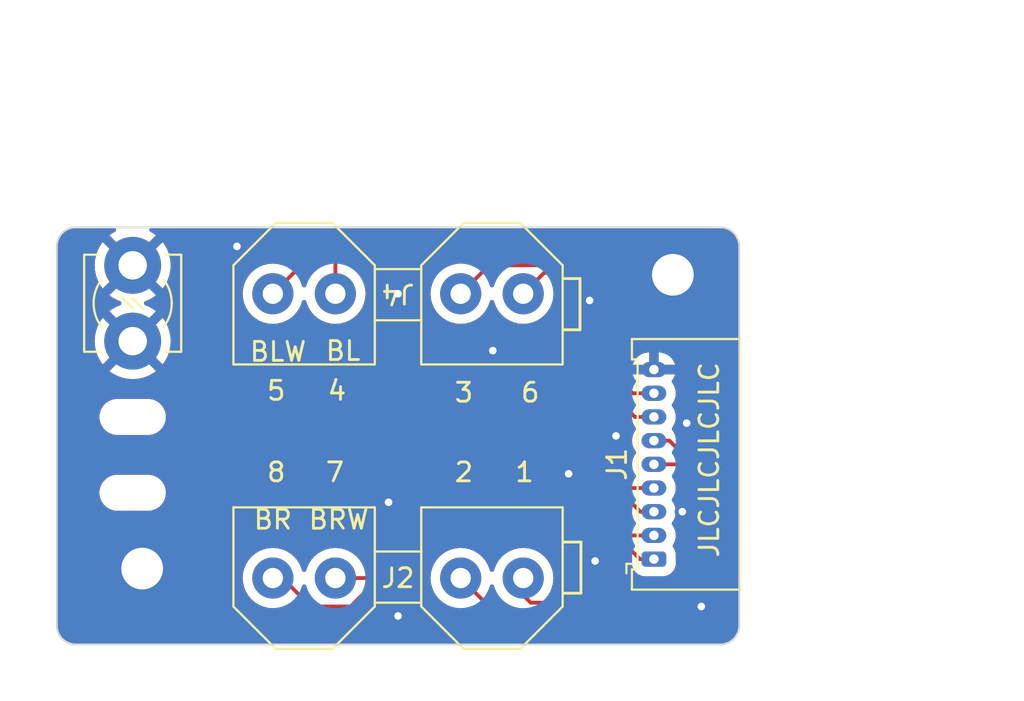
<source format=kicad_pcb>
(kicad_pcb (version 20240108) (generator "pcbnew") (generator_version "8.0")
  (layers (0 "F.Cu" signal) (31 "B.Cu" signal) (34 "B.Paste" user) (35 "F.Paste" user) (36 "B.SilkS" user "B.Silkscreen") (37 "F.SilkS" user "F.Silkscreen") (38 "B.Mask" user) (39 "F.Mask" user) (44 "Edge.Cuts" user))
  (net 0 "")
  (net 1 "GND")
  (net 2 "/DC+")
  (net 3 "/DD+")
  (net 4 "/DC-")
  (net 5 "/DA+")
  (net 6 "/DD-")
  (net 7 "/DA-")
  (net 8 "/DB+")
  (net 9 "/DB-")
  (footprint "0jons_creations:Molex_PicoBlade_53048-0910_1x09_P1.25mm_Horizontal" (layer "F.Cu") (at 61.5 47.5 90)
    (property "Reference" "J1" (at 5 -1.95 90) (layer "F.SilkS"))
    (property "Value" "Molex PicoBlade")
    (fp_line (start -0.25 -1.45) (end -0.75 -1.45) (stroke (width 0.12)) (layer "F.SilkS"))
    (fp_line (start 11.61 -1.16) (end 11.61 4.56) (stroke (width 0.12)) (layer "F.SilkS"))
    (fp_line (start 10.54 -1.16) (end 11.61 -1.16) (stroke (width 0.12)) (layer "F.SilkS"))
    (fp_line (start -0.54 -1.16) (end -1.61 -1.16) (stroke (width 0.12)) (layer "F.SilkS"))
    (fp_line (start -1.61 -1.16) (end -1.61 4.56) (stroke (width 0.12)) (layer "F.SilkS"))
    (fp_line (start -0.25 -1.15) (end -0.25 -1.45) (stroke (width 0.12)) (layer "F.SilkS"))
    (fp_line (start 10.54 -0.86) (end 10.54 -1.16) (stroke (width 0.12)) (layer "F.SilkS"))
    (fp_line (start 5 -0.86) (end 10.54 -0.86) (stroke (width 0.12)) (layer "F.SilkS"))
    (fp_line (start 5 -0.86) (end -0.54 -0.86) (stroke (width 0.12)) (layer "F.SilkS"))
    (fp_line (start -0.54 -0.86) (end -0.54 -1.16) (stroke (width 0.12)) (layer "F.SilkS"))
    (fp_line (start 11.61 4.56) (end 5 4.56) (stroke (width 0.12)) (layer "F.SilkS"))
    (fp_line (start -1.61 4.56) (end 5 4.56) (stroke (width 0.12)) (layer "F.SilkS"))
    (pad "1" thru_hole roundrect (at 0 0 90) (size 0.8 1.3) (drill 0.5) (layers "*.Cu" "*.Mask") (net 6 "/DD-"))
    (pad "2" thru_hole oval (at 1.25 0 90) (size 0.8 1.3) (drill 0.5) (layers "*.Cu" "*.Mask") (net 3 "/DD+"))
    (pad "3" thru_hole oval (at 2.5 0 90) (size 0.8 1.3) (drill 0.5) (layers "*.Cu" "*.Mask") (net 9 "/DB-"))
    (pad "4" thru_hole oval (at 3.75 0 90) (size 0.8 1.3) (drill 0.5) (layers "*.Cu" "*.Mask") (net 8 "/DB+"))
    (pad "5" thru_hole oval (at 5 0 90) (size 0.8 1.3) (drill 0.5) (layers "*.Cu" "*.Mask") (net 5 "/DA+"))
    (pad "6" thru_hole oval (at 6.25 0 90) (size 0.8 1.3) (drill 0.5) (layers "*.Cu" "*.Mask") (net 7 "/DA-"))
    (pad "7" thru_hole oval (at 7.5 0 90) (size 0.8 1.3) (drill 0.5) (layers "*.Cu" "*.Mask") (net 2 "/DC+"))
    (pad "8" thru_hole oval (at 8.75 0 90) (size 0.8 1.3) (drill 0.5) (layers "*.Cu" "*.Mask") (net 4 "/DC-"))
    (pad "9" thru_hole oval (at 10 0 90) (size 0.8 1.3) (drill 0.5) (layers "*.Cu" "*.Mask") (net 1 "GND"))
  )
  (footprint "MountingHole:MountingHole_2.2mm_M2_Pad" (layer "F.Cu") (at 62.5 32.5)
    (property "Reference" "H1" (hide yes))
    (property "Value" "MountingHole_Pad")
    (pad "1" thru_hole circle (at 0 0) (size 4.4 4.4) (drill 2.2) (layers "*.Cu" "*.Mask") (net 1 "GND"))
  )
  (footprint "0jons_creations:Connector_IDC_8P_Cat6A_Stewart_SS-51000-003_Half" (layer "F.Cu") (at 48 48.5)
    (property "Reference" "J2" (at 0 0 0) (layer "F.SilkS"))
    (property "Value" "IDC Punch Down Block Half - Brown")
    (fp_line (start -8.685 -3.73) (end -8.685 1.5) (stroke (width 0.12)) (layer "F.SilkS"))
    (fp_line (start -8.685 1.5) (end -6.445 3.74) (stroke (width 0.12)) (layer "F.SilkS"))
    (fp_line (start -6.445 3.74) (end -3.465 3.74) (stroke (width 0.12)) (layer "F.SilkS"))
    (fp_line (start -1.225 -3.73) (end -8.685 -3.73) (stroke (width 0.12)) (layer "F.SilkS"))
    (fp_line (start -1.225 -1.4) (end 1.225 -1.4) (stroke (width 0.12)) (layer "F.SilkS"))
    (fp_line (start -1.225 1.3) (end 1.225 1.3) (stroke (width 0.12)) (layer "F.SilkS"))
    (fp_line (start -1.225 1.5) (end -3.465 3.74) (stroke (width 0.12)) (layer "F.SilkS"))
    (fp_line (start -1.225 1.5) (end -1.225 -3.73) (stroke (width 0.12)) (layer "F.SilkS"))
    (fp_line (start 1.225 -3.73) (end 1.225 1.5) (stroke (width 0.12)) (layer "F.SilkS"))
    (fp_line (start 1.225 1.5) (end 3.465 3.74) (stroke (width 0.12)) (layer "F.SilkS"))
    (fp_line (start 3.465 3.74) (end 6.445 3.74) (stroke (width 0.12)) (layer "F.SilkS"))
    (fp_line (start 8.685 -3.73) (end 1.225 -3.73) (stroke (width 0.12)) (layer "F.SilkS"))
    (fp_line (start 8.685 1.5) (end 6.445 3.74) (stroke (width 0.12)) (layer "F.SilkS"))
    (fp_line (start 8.685 1.5) (end 8.685 -3.73) (stroke (width 0.12)) (layer "F.SilkS"))
    (pad "1" thru_hole circle (at -6.605 0) (size 2.17 2.17) (drill 1.07) (layers "*.Cu" "*.Mask") (net 6 "/DD-"))
    (pad "2" thru_hole circle (at -3.305 0) (size 2.17 2.17) (drill 1.07) (layers "*.Cu" "*.Mask") (net 3 "/DD+"))
    (pad "3" thru_hole circle (at 3.305 0) (size 2.17 2.17) (drill 1.07) (layers "*.Cu" "*.Mask") (net 7 "/DA-"))
    (pad "4" thru_hole circle (at 6.605 0) (size 2.17 2.17) (drill 1.07) (layers "*.Cu" "*.Mask") (net 5 "/DA+"))
  )
  (footprint "0jons_creations:Connector_IDC_8P_Cat6A_Stewart_SS-51000-003_Half" (layer "F.Cu") (at 48 33.5 180)
    (property "Reference" "J4" (at 0 0 180) (layer "F.SilkS"))
    (property "Value" "IDC Punch Down Block Half - Blue")
    (fp_line (start 8.685 1.5) (end 8.685 -3.73) (stroke (width 0.12)) (layer "F.SilkS"))
    (fp_line (start 8.685 1.5) (end 6.445 3.74) (stroke (width 0.12)) (layer "F.SilkS"))
    (fp_line (start 8.685 -3.73) (end 1.225 -3.73) (stroke (width 0.12)) (layer "F.SilkS"))
    (fp_line (start 3.465 3.74) (end 6.445 3.74) (stroke (width 0.12)) (layer "F.SilkS"))
    (fp_line (start 1.225 1.5) (end 3.465 3.74) (stroke (width 0.12)) (layer "F.SilkS"))
    (fp_line (start 1.225 -3.73) (end 1.225 1.5) (stroke (width 0.12)) (layer "F.SilkS"))
    (fp_line (start -1.225 1.5) (end -1.225 -3.73) (stroke (width 0.12)) (layer "F.SilkS"))
    (fp_line (start -1.225 1.5) (end -3.465 3.74) (stroke (width 0.12)) (layer "F.SilkS"))
    (fp_line (start -1.225 1.3) (end 1.225 1.3) (stroke (width 0.12)) (layer "F.SilkS"))
    (fp_line (start -1.225 -1.4) (end 1.225 -1.4) (stroke (width 0.12)) (layer "F.SilkS"))
    (fp_line (start -1.225 -3.73) (end -8.685 -3.73) (stroke (width 0.12)) (layer "F.SilkS"))
    (fp_line (start -6.445 3.74) (end -3.465 3.74) (stroke (width 0.12)) (layer "F.SilkS"))
    (fp_line (start -8.685 1.5) (end -6.445 3.74) (stroke (width 0.12)) (layer "F.SilkS"))
    (fp_line (start -8.685 -3.73) (end -8.685 1.5) (stroke (width 0.12)) (layer "F.SilkS"))
    (pad "1" thru_hole circle (at -6.605 0 180) (size 2.17 2.17) (drill 1.07) (layers "*.Cu" "*.Mask") (net 9 "/DB-"))
    (pad "2" thru_hole circle (at -3.305 0 180) (size 2.17 2.17) (drill 1.07) (layers "*.Cu" "*.Mask") (net 8 "/DB+"))
    (pad "3" thru_hole circle (at 3.305 0 180) (size 2.17 2.17) (drill 1.07) (layers "*.Cu" "*.Mask") (net 2 "/DC+"))
    (pad "4" thru_hole circle (at 6.605 0 180) (size 2.17 2.17) (drill 1.07) (layers "*.Cu" "*.Mask") (net 4 "/DC-"))
  )
  (footprint "0jons_creations:TerminalBlock_MetzConnect_360381_1x01_Horizontal_ScrewM3.0" (layer "F.Cu") (at 34 36 90)
    (property "Reference" "J3" (hide yes))
    (property "Value" "Screw_Terminal_01x01")
    (fp_line (start 4.56 -2.56) (end 4.56 -1.755) (stroke (width 0.12)) (layer "F.SilkS"))
    (fp_line (start -0.56 -2.56) (end 4.56 -2.56) (stroke (width 0.12)) (layer "F.SilkS"))
    (fp_line (start -0.56 -2.56) (end -0.56 -1.755) (stroke (width 0.12)) (layer "F.SilkS"))
    (fp_line (start 2.32 -0.572) (end 2.32 -0.572) (stroke (width 0.12)) (layer "F.SilkS"))
    (fp_line (start 2.291 -0.543) (end 1.759 -0.011) (stroke (width 0.12)) (layer "F.SilkS"))
    (fp_line (start 2.241 0.011) (end 1.708 0.543) (stroke (width 0.12)) (layer "F.SilkS"))
    (fp_line (start 1.68 0.571) (end 1.68 0.571) (stroke (width 0.12)) (layer "F.SilkS"))
    (fp_line (start 4.56 1.755) (end 4.56 2.56) (stroke (width 0.12)) (layer "F.SilkS"))
    (fp_line (start -0.56 1.755) (end -0.56 2.56) (stroke (width 0.12)) (layer "F.SilkS"))
    (fp_line (start -0.56 2.56) (end 4.56 2.56) (stroke (width 0.12)) (layer "F.SilkS"))
    (fp_arc (start 0.759554 -1.645664) (mid 1.999721 -2.060805) (end 3.24 -1.646) (stroke (width 0.12)) (layer "F.SilkS"))
    (fp_arc (start 3.239739 1.645189) (mid 2.653648 1.953547) (end 2 2.06) (stroke (width 0.12)) (layer "F.SilkS"))
    (fp_arc (start 2.034842 2.060314) (mid 1.362171 1.959409) (end 0.759 1.645) (stroke (width 0.12)) (layer "F.SilkS"))
    (pad "1" thru_hole circle (at 0 0 90) (size 3 3) (drill 1.5) (layers "*.Cu" "*.Mask") (net 1 "GND"))
    (pad "1" thru_hole circle (at 4 0 90) (size 3 3) (drill 1.5) (layers "*.Cu" "*.Mask") (net 1 "GND"))
  )
  (footprint "0jons_creations:Mechanical_Cable_Tie" (layer "F.Cu") (at 34 42 90)
    (property "Reference" "REF**" (hide yes))
    (property "Value" "Cable Tie")
    (pad "" np_thru_hole oval (at -2 0 90) (size 1.4 3) (drill oval 1.4 3) (layers "*.Cu" "*.Mask"))
    (pad "" np_thru_hole oval (at 2 0 90) (size 1.4 3) (drill oval 1.4 3) (layers "*.Cu" "*.Mask"))
  )
  (footprint "MountingHole:MountingHole_2.2mm_M2_Pad" (layer "F.Cu") (at 34.5 48)
    (property "Reference" "H2" (hide yes))
    (property "Value" "MountingHole_Pad")
    (pad "1" thru_hole circle (at 0 0) (size 4.4 4.4) (drill 2.2) (layers "*.Cu" "*.Mask") (net 1 "GND"))
  )
  (gr_line (start 56.75 49.3) (end 57.65 49.3) (stroke (width 0.15)) (layer "F.SilkS"))
  (gr_line (start 57.65 49.3) (end 57.65 46.6) (stroke (width 0.15)) (layer "F.SilkS"))
  (gr_line (start 56.7 32.7) (end 57.6 32.7) (stroke (width 0.15)) (layer "F.SilkS"))
  (gr_line (start 57.6 35.4) (end 57.6 32.7) (stroke (width 0.15)) (layer "F.SilkS"))
  (gr_line (start 56.75 46.6) (end 57.65 46.6) (stroke (width 0.15)) (layer "F.SilkS"))
  (gr_line (start 56.7 35.4) (end 57.6 35.4) (stroke (width 0.15)) (layer "F.SilkS"))
  (gr_line (start 30 51) (end 30 31) (stroke (width 0.1)) (layer "Edge.Cuts"))
  (gr_line (start 65 52) (end 31 52) (stroke (width 0.1)) (layer "Edge.Cuts"))
  (gr_arc (start 65 30) (mid 65.707107 30.292893) (end 66 31) (stroke (width 0.1)) (layer "Edge.Cuts"))
  (gr_arc (start 66 51) (mid 65.707107 51.707107) (end 65 52) (stroke (width 0.1)) (layer "Edge.Cuts"))
  (gr_line (start 66 31) (end 66 51) (stroke (width 0.1)) (layer "Edge.Cuts"))
  (gr_arc (start 31 52) (mid 30.292893 51.707107) (end 30 51) (stroke (width 0.1)) (layer "Edge.Cuts"))
  (gr_line (start 31 30) (end 65 30) (stroke (width 0.1)) (layer "Edge.Cuts"))
  (gr_arc (start 30 31) (mid 30.292893 30.292893) (end 31 30) (stroke (width 0.1)) (layer "Edge.Cuts"))
  (gr_text "4" (at 44.2 39.2 0) (layer "F.SilkS") (effects (font (size 1 1)) (justify left bottom)))
  (gr_text "2" (at 50.9 43.5 0) (layer "F.SilkS") (effects (font (size 1 1)) (justify left bottom)))
  (gr_text "BRW" (at 43.2 46 0) (layer "F.SilkS") (effects (font (size 1 1)) (justify left bottom)))
  (gr_text "7" (at 44.1 43.5 0) (layer "F.SilkS") (effects (font (size 1 1)) (justify left bottom)))
  (gr_text "5" (at 41 39.2 0) (layer "F.SilkS") (effects (font (size 1 1)) (justify left bottom)))
  (gr_text "8" (at 41 43.5 0) (layer "F.SilkS") (effects (font (size 1 1)) (justify left bottom)))
  (gr_text "3" (at 50.9 39.3 0) (layer "F.SilkS") (effects (font (size 1 1)) (justify left bottom)))
  (gr_text "BLW" (at 40.094488 37.143474 0) (layer "F.SilkS") (effects (font (size 1 1)) (justify left bottom)))
  (gr_text "JLCJLCJLCJLC" (at 65 47.5 90) (layer "F.SilkS") (effects (font (size 1 1)) (justify left bottom)))
  (gr_text "1" (at 54.1 43.5 0) (layer "F.SilkS") (effects (font (size 1 1)) (justify left bottom)))
  (gr_text "BR" (at 40.3 46 0) (layer "F.SilkS") (effects (font (size 1 1)) (justify left bottom)))
  (gr_text "6" (at 54.4 39.3 0) (layer "F.SilkS") (effects (font (size 1 1)) (justify left bottom)))
  (gr_text "BL" (at 44.1 37.1 0) (layer "F.SilkS") (effects (font (size 1 1)) (justify left bottom)))
  (via (at 53 36.5) (size 0.8) (drill 0.4) (layers "F.Cu" "B.Cu") (net 1))
  (via (at 58.4 47.6) (size 0.8) (drill 0.4) (layers "F.Cu" "B.Cu") (net 1))
  (via (at 47.5 44.5) (size 0.8) (drill 0.4) (layers "F.Cu" "B.Cu") (net 1))
  (via (at 64 50) (size 0.8) (drill 0.4) (layers "F.Cu" "B.Cu") (net 1))
  (via (at 57 43) (size 0.8) (drill 0.4) (layers "F.Cu" "B.Cu") (net 1))
  (via (at 48 50.5) (size 0.8) (drill 0.4) (layers "F.Cu" "B.Cu") (net 1))
  (via (at 63 45) (size 0.8) (drill 0.4) (layers "F.Cu" "B.Cu") (net 1))
  (via (at 39.5 31) (size 0.8) (drill 0.4) (layers "F.Cu" "B.Cu") (net 1))
  (via (at 58.108046 33.854685) (size 0.8) (drill 0.4) (layers "F.Cu" "B.Cu") (net 1))
  (via (at 59.5 41) (size 0.8) (drill 0.4) (layers "F.Cu" "B.Cu") (net 1))
  (via (at 48 33.5) (size 0.8) (drill 0.4) (layers "F.Cu" "B.Cu") (net 1))
  (via (at 63.229726 40.325347) (size 0.8) (drill 0.4) (layers "F.Cu" "B.Cu") (net 1))
  (segment (start 48.715701 31.34) (end 48.715701 31.514344) (width 0.2) (layer "F.Cu") (net 2))
  (segment (start 59 32.865686) (end 59 38.499897) (width 0.2) (layer "F.Cu") (net 2))
  (segment (start 60.500103 40) (end 61.5 40) (width 0.2) (layer "F.Cu") (net 2))
  (segment (start 59 38.499897) (end 60.500103 40) (width 0.2) (layer "F.Cu") (net 2))
  (segment (start 48.115701 31.514349) (end 48.115701 31.34) (width 0.2) (layer "F.Cu") (net 2))
  (segment (start 47.755701 31.754349) (end 47.875701 31.754349) (width 0.2) (layer "F.Cu") (net 2))
  (segment (start 49.315701 31.514344) (end 49.315701 31.34) (width 0.2) (layer "F.Cu") (net 2))
  (segment (start 44.695 31.805) (end 45.4 31.1) (width 0.2) (layer "F.Cu") (net 2))
  (segment (start 49.555701 31.1) (end 49.675701 31.1) (width 0.2) (layer "F.Cu") (net 2))
  (segment (start 45.4 31.1) (end 47.275701 31.1) (width 0.2) (layer "F.Cu") (net 2))
  (segment (start 48.355701 31.1) (end 48.475701 31.1) (width 0.2) (layer "F.Cu") (net 2))
  (segment (start 57.234314 31.1) (end 59 32.865686) (width 0.2) (layer "F.Cu") (net 2))
  (segment (start 47.515701 31.34) (end 47.515701 31.514349) (width 0.2) (layer "F.Cu") (net 2))
  (segment (start 44.695 33.5) (end 44.695 31.805) (width 0.2) (layer "F.Cu") (net 2))
  (segment (start 50.279218 31.1) (end 57.234314 31.1) (width 0.2) (layer "F.Cu") (net 2))
  (segment (start 48.955701 31.754344) (end 49.075701 31.754344) (width 0.2) (layer "F.Cu") (net 2))
  (segment (start 49.675701 31.1) (end 50.279218 31.1) (width 0.2) (layer "F.Cu") (net 2))
  (arc (start 49.075701 31.754344) (mid 49.245407 31.68405) (end 49.315701 31.514344) (width 0.2) (layer "F.Cu") (net 2))
  (arc (start 48.475701 31.1) (mid 48.645407 31.170294) (end 48.715701 31.34) (width 0.2) (layer "F.Cu") (net 2))
  (arc (start 47.275701 31.1) (mid 47.445407 31.170294) (end 47.515701 31.34) (width 0.2) (layer "F.Cu") (net 2))
  (arc (start 47.515701 31.514349) (mid 47.585995 31.684055) (end 47.755701 31.754349) (width 0.2) (layer "F.Cu") (net 2))
  (arc (start 48.715701 31.514344) (mid 48.785995 31.68405) (end 48.955701 31.754344) (width 0.2) (layer "F.Cu") (net 2))
  (arc (start 48.115701 31.34) (mid 48.185995 31.170294) (end 48.355701 31.1) (width 0.2) (layer "F.Cu") (net 2))
  (arc (start 49.315701 31.34) (mid 49.385995 31.170294) (end 49.555701 31.1) (width 0.2) (layer "F.Cu") (net 2))
  (arc (start 47.875701 31.754349) (mid 48.045407 31.684055) (end 48.115701 31.514349) (width 0.2) (layer "F.Cu") (net 2))
  (segment (start 49.446415 45.4879) (end 50.184314 44.75) (width 0.2) (layer "F.Cu") (net 3))
  (segment (start 46.434314 48.5) (end 46.900825 48.033489) (width 0.2) (layer "F.Cu") (net 3))
  (segment (start 51.264314 44.75) (end 51.384314 44.75) (width 0.2) (layer "F.Cu") (net 3))
  (segment (start 48.779589 45.330193) (end 49.022151 45.572755) (width 0.2) (layer "F.Cu") (net 3))
  (segment (start 47.749355 47.18496) (end 47.749355 47.184959) (width 0.2) (layer "F.Cu") (net 3))
  (segment (start 46.900826 47.694077) (end 46.658256 47.451507) (width 0.2) (layer "F.Cu") (net 3))
  (segment (start 51.024314 44.166906) (end 51.024314 44.51) (width 0.2) (layer "F.Cu") (net 3))
  (segment (start 58.75 44.75) (end 60.25 46.25) (width 0.2) (layer "F.Cu") (net 3))
  (segment (start 48.597885 46.33643) (end 48.597885 46.336429) (width 0.2) (layer "F.Cu") (net 3))
  (segment (start 47.664503 47.269814) (end 47.749355 47.18496) (width 0.2) (layer "F.Cu") (net 3))
  (segment (start 47.08252 47.027244) (end 47.325091 47.269815) (width 0.2) (layer "F.Cu") (net 3))
  (segment (start 47.749356 46.845547) (end 47.506765 46.602956) (width 0.2) (layer "F.Cu") (net 3))
  (segment (start 44.695 48.5) (end 46.434314 48.5) (width 0.2) (layer "F.Cu") (net 3))
  (segment (start 46.658255 47.112097) (end 46.74311 47.027243) (width 0.2) (layer "F.Cu") (net 3))
  (segment (start 48.513033 46.421284) (end 48.597885 46.33643) (width 0.2) (layer "F.Cu") (net 3))
  (segment (start 50.424314 44.51) (end 50.424314 44.166906) (width 0.2) (layer "F.Cu") (net 3))
  (segment (start 49.361563 45.572754) (end 49.446415 45.4879) (width 0.2) (layer "F.Cu") (net 3))
  (segment (start 47.506764 46.263546) (end 47.591619 46.178692) (width 0.2) (layer "F.Cu") (net 3))
  (segment (start 52.5 44.75) (end 58.75 44.75) (width 0.2) (layer "F.Cu") (net 3))
  (segment (start 50.664314 43.926906) (end 50.784314 43.926906) (width 0.2) (layer "F.Cu") (net 3))
  (segment (start 47.931029 46.178693) (end 48.173621 46.421285) (width 0.2) (layer "F.Cu") (net 3))
  (segment (start 51.384314 44.75) (end 52.5 44.75) (width 0.2) (layer "F.Cu") (net 3))
  (segment (start 60.25 46.25) (end 61.5 46.25) (width 0.2) (layer "F.Cu") (net 3))
  (segment (start 48.355324 45.415046) (end 48.440179 45.330192) (width 0.2) (layer "F.Cu") (net 3))
  (segment (start 48.597886 45.997017) (end 48.355325 45.754456) (width 0.2) (layer "F.Cu") (net 3))
  (arc (start 47.325091 47.269815) (mid 47.494796 47.34011) (end 47.664503 47.269814) (width 0.2) (layer "F.Cu") (net 3))
  (arc (start 47.591619 46.178692) (mid 47.761324 46.108398) (end 47.931029 46.178693) (width 0.2) (layer "F.Cu") (net 3))
  (arc (start 48.440179 45.330192) (mid 48.609884 45.259898) (end 48.779589 45.330193) (width 0.2) (layer "F.Cu") (net 3))
  (arc (start 46.900825 48.033489) (mid 46.97112 47.863783) (end 46.900826 47.694077) (width 0.2) (layer "F.Cu") (net 3))
  (arc (start 50.784314 43.926906) (mid 50.95402 43.9972) (end 51.024314 44.166906) (width 0.2) (layer "F.Cu") (net 3))
  (arc (start 50.184314 44.75) (mid 50.35402 44.679706) (end 50.424314 44.51) (width 0.2) (layer "F.Cu") (net 3))
  (arc (start 48.355325 45.754456) (mid 48.285031 45.58475) (end 48.355324 45.415046) (width 0.2) (layer "F.Cu") (net 3))
  (arc (start 46.658256 47.451507) (mid 46.587962 47.281801) (end 46.658255 47.112097) (width 0.2) (layer "F.Cu") (net 3))
  (arc (start 47.749355 47.184959) (mid 47.81965 47.015253) (end 47.749356 46.845547) (width 0.2) (layer "F.Cu") (net 3))
  (arc (start 51.024314 44.51) (mid 51.094608 44.679706) (end 51.264314 44.75) (width 0.2) (layer "F.Cu") (net 3))
  (arc (start 49.022151 45.572755) (mid 49.191856 45.64305) (end 49.361563 45.572754) (width 0.2) (layer "F.Cu") (net 3))
  (arc (start 46.74311 47.027243) (mid 46.912815 46.956949) (end 47.08252 47.027244) (width 0.2) (layer "F.Cu") (net 3))
  (arc (start 50.424314 44.166906) (mid 50.494608 43.9972) (end 50.664314 43.926906) (width 0.2) (layer "F.Cu") (net 3))
  (arc (start 47.506765 46.602956) (mid 47.436471 46.43325) (end 47.506764 46.263546) (width 0.2) (layer "F.Cu") (net 3))
  (arc (start 48.173621 46.421285) (mid 48.343326 46.49158) (end 48.513033 46.421284) (width 0.2) (layer "F.Cu") (net 3))
  (arc (start 48.597885 46.336429) (mid 48.66818 46.166723) (end 48.597886 45.997017) (width 0.2) (layer "F.Cu") (net 3))
  (segment (start 60.374652 38.75) (end 61.5 38.75) (width 0.2) (layer "F.Cu") (net 4))
  (segment (start 57.4 30.7) (end 59.4 32.7) (width 0.2) (layer "F.Cu") (net 4))
  (segment (start 44.195 30.7) (end 57.4 30.7) (width 0.2) (layer "F.Cu") (net 4))
  (segment (start 41.395 33.5) (end 44.195 30.7) (width 0.2) (layer "F.Cu") (net 4))
  (segment (start 59.4 37.775348) (end 60.374652 38.75) (width 0.2) (layer "F.Cu") (net 4))
  (segment (start 59.4 32.7) (end 59.4 37.775348) (width 0.2) (layer "F.Cu") (net 4))
  (segment (start 57.84 49.055919) (end 57.84 49.56) (width 0.2) (layer "F.Cu") (net 5))
  (segment (start 58.08 49.8) (end 58.2 49.8) (width 0.2) (layer "F.Cu") (net 5))
  (segment (start 55 49.8) (end 57 49.8) (width 0.2) (layer "F.Cu") (net 5))
  (segment (start 57.24 49.56) (end 57.24 49.055919) (width 0.2) (layer "F.Cu") (net 5))
  (segment (start 54.605 49.405) (end 55 49.8) (width 0.2) (layer "F.Cu") (net 5))
  (segment (start 54.605 48.5) (end 54.605 49.405) (width 0.2) (layer "F.Cu") (net 5))
  (segment (start 59.04 49.055919) (end 59.04 49.56) (width 0.2) (layer "F.Cu") (net 5))
  (segment (start 59.88 48.815919) (end 60 48.815919) (width 0.2) (layer "F.Cu") (net 5))
  (segment (start 57.48 48.815919) (end 57.6 48.815919) (width 0.2) (layer "F.Cu") (net 5))
  (segment (start 60.24 49.055919) (end 60.24 49.56) (width 0.2) (layer "F.Cu") (net 5))
  (segment (start 58.68 48.815919) (end 58.8 48.815919) (width 0.2) (layer "F.Cu") (net 5))
  (segment (start 61.434314 49.8) (end 62.51411 48.720204) (width 0.2) (layer "F.Cu") (net 5))
  (segment (start 63.9 47.334314) (end 63.9 43.4) (width 0.2) (layer "F.Cu") (net 5))
  (segment (start 62.51411 48.720204) (end 63.9 47.334314) (width 0.2) (layer "F.Cu") (net 5))
  (segment (start 58.44 49.56) (end 58.44 49.055919) (width 0.2) (layer "F.Cu") (net 5))
  (segment (start 63 42.5) (end 61.5 42.5) (width 0.2) (layer "F.Cu") (net 5))
  (segment (start 59.28 49.8) (end 59.4 49.8) (width 0.2) (layer "F.Cu") (net 5))
  (segment (start 63.9 43.4) (end 63 42.5) (width 0.2) (layer "F.Cu") (net 5))
  (segment (start 59.64 49.56) (end 59.64 49.055919) (width 0.2) (layer "F.Cu") (net 5))
  (segment (start 60.48 49.8) (end 60.6 49.8) (width 0.2) (layer "F.Cu") (net 5))
  (segment (start 60.6 49.8) (end 61.434314 49.8) (width 0.2) (layer "F.Cu") (net 5))
  (arc (start 59.04 49.56) (mid 59.110294 49.729706) (end 59.28 49.8) (width 0.2) (layer "F.Cu") (net 5))
  (arc (start 58.2 49.8) (mid 58.369706 49.729706) (end 58.44 49.56) (width 0.2) (layer "F.Cu") (net 5))
  (arc (start 58.8 48.815919) (mid 58.969706 48.886213) (end 59.04 49.055919) (width 0.2) (layer "F.Cu") (net 5))
  (arc (start 59.4 49.8) (mid 59.569706 49.729706) (end 59.64 49.56) (width 0.2) (layer "F.Cu") (net 5))
  (arc (start 58.44 49.055919) (mid 58.510294 48.886213) (end 58.68 48.815919) (width 0.2) (layer "F.Cu") (net 5))
  (arc (start 57 49.8) (mid 57.169706 49.729706) (end 57.24 49.56) (width 0.2) (layer "F.Cu") (net 5))
  (arc (start 57.6 48.815919) (mid 57.769706 48.886213) (end 57.84 49.055919) (width 0.2) (layer "F.Cu") (net 5))
  (arc (start 60.24 49.56) (mid 60.310294 49.729706) (end 60.48 49.8) (width 0.2) (layer "F.Cu") (net 5))
  (arc (start 59.64 49.055919) (mid 59.710294 48.886213) (end 59.88 48.815919) (width 0.2) (layer "F.Cu") (net 5))
  (arc (start 57.84 49.56) (mid 57.910294 49.729706) (end 58.08 49.8) (width 0.2) (layer "F.Cu") (net 5))
  (arc (start 57.24 49.055919) (mid 57.310294 48.886213) (end 57.48 48.815919) (width 0.2) (layer "F.Cu") (net 5))
  (arc (start 60 48.815919) (mid 60.169706 48.886213) (end 60.24 49.055919) (width 0.2) (layer "F.Cu") (net 5))
  (segment (start 50.35 45.15) (end 45.5 50) (width 0.2) (layer "F.Cu") (net 6))
  (segment (start 43.395 50) (end 41.395 48) (width 0.2) (layer "F.Cu") (net 6))
  (segment (start 60.762187 47.5) (end 58.412187 45.15) (width 0.2) (layer "F.Cu") (net 6))
  (segment (start 58.412187 45.15) (end 50.35 45.15) (width 0.2) (layer "F.Cu") (net 6))
  (segment (start 45.5 50) (end 43.395 50) (width 0.2) (layer "F.Cu") (net 6))
  (segment (start 61.5 47.5) (end 60.762187 47.5) (width 0.2) (layer "F.Cu") (net 6))
  (segment (start 61.6 50.2) (end 64.3 47.499999) (width 0.2) (layer "F.Cu") (net 7))
  (segment (start 62.315686 41.25) (end 61.5 41.25) (width 0.2) (layer "F.Cu") (net 7))
  (segment (start 64.3 43.234314) (end 62.315686 41.25) (width 0.2) (layer "F.Cu") (net 7))
  (segment (start 51.305 48.5) (end 53.005 50.2) (width 0.2) (layer "F.Cu") (net 7))
  (segment (start 53.005 50.2) (end 61.6 50.2) (width 0.2) (layer "F.Cu") (net 7))
  (segment (start 64.3 47.499999) (end 64.3 43.234314) (width 0.2) (layer "F.Cu") (net 7))
  (segment (start 60.25 43.75) (end 57.2 40.7) (width 0.2) (layer "F.Cu") (net 8))
  (segment (start 52.805 32) (end 51.305 33.5) (width 0.2) (layer "F.Cu") (net 8))
  (segment (start 57.2 40.7) (end 57.2 32.6) (width 0.2) (layer "F.Cu") (net 8))
  (segment (start 61.5 43.75) (end 60.25 43.75) (width 0.2) (layer "F.Cu") (net 8))
  (segment (start 56.6 32) (end 52.805 32) (width 0.2) (layer "F.Cu") (net 8))
  (segment (start 57.2 32.6) (end 56.6 32) (width 0.2) (layer "F.Cu") (net 8))
  (segment (start 56.8 41.013542) (end 60.786458 45) (width 0.2) (layer "F.Cu") (net 9))
  (segment (start 56.8 32.9) (end 56.8 35.51117) (width 0.2) (layer "F.Cu") (net 9))
  (segment (start 56.057628 37.55117) (end 56.56 37.55117) (width 0.2) (layer "F.Cu") (net 9))
  (segment (start 55.817604 35.99117) (end 55.817604 36.11117) (width 0.2) (layer "F.Cu") (net 9))
  (segment (start 56.8 36.59117) (end 56.8 36.71117) (width 0.2) (layer "F.Cu") (net 9))
  (segment (start 56.8 37.91117) (end 56.8 38.5) (width 0.2) (layer "F.Cu") (net 9))
  (segment (start 55.705 32.4) (end 56.3 32.4) (width 0.2) (layer "F.Cu") (net 9))
  (segment (start 60.786458 45) (end 61.5 45) (width 0.2) (layer "F.Cu") (net 9))
  (segment (start 56.3 32.4) (end 56.8 32.9) (width 0.2) (layer "F.Cu") (net 9))
  (segment (start 55.817628 37.19117) (end 55.817628 37.31117) (width 0.2) (layer "F.Cu") (net 9))
  (segment (start 56.56 36.95117) (end 56.057628 36.95117) (width 0.2) (layer "F.Cu") (net 9))
  (segment (start 56.8 37.79117) (end 56.8 37.91117) (width 0.2) (layer "F.Cu") (net 9))
  (segment (start 54.605 33.5) (end 55.705 32.4) (width 0.2) (layer "F.Cu") (net 9))
  (segment (start 56.8 38.5) (end 56.8 41.013542) (width 0.2) (layer "F.Cu") (net 9))
  (segment (start 56.56 35.75117) (end 56.057604 35.75117) (width 0.2) (layer "F.Cu") (net 9))
  (segment (start 56.057604 36.35117) (end 56.56 36.35117) (width 0.2) (layer "F.Cu") (net 9))
  (arc (start 55.817604 36.11117) (mid 55.887898 36.280876) (end 56.057604 36.35117) (width 0.2) (layer "F.Cu") (net 9))
  (arc (start 56.057604 35.75117) (mid 55.887898 35.821464) (end 55.817604 35.99117) (width 0.2) (layer "F.Cu") (net 9))
  (arc (start 55.817628 37.31117) (mid 55.887922 37.480876) (end 56.057628 37.55117) (width 0.2) (layer "F.Cu") (net 9))
  (arc (start 56.8 36.71117) (mid 56.729706 36.880876) (end 56.56 36.95117) (width 0.2) (layer "F.Cu") (net 9))
  (arc (start 56.56 36.35117) (mid 56.729706 36.421464) (end 56.8 36.59117) (width 0.2) (layer "F.Cu") (net 9))
  (arc (start 56.8 35.51117) (mid 56.729706 35.680876) (end 56.56 35.75117) (width 0.2) (layer "F.Cu") (net 9))
  (arc (start 56.56 37.55117) (mid 56.729706 37.621464) (end 56.8 37.79117) (width 0.2) (layer "F.Cu") (net 9))
  (arc (start 56.057628 36.95117) (mid 55.887922 37.021464) (end 55.817628 37.19117) (width 0.2) (layer "F.Cu") (net 9))
  (zone (net 1) (net_name "GND") (layers "F&B.Cu") (connect_pads (clearance 0.5)) (min_thickness 0.25) (fill yes (thermal_gap 0.5) (thermal_bridge_width 0.5))
    (polygon (pts (xy 27 27) (xy 73 27) (xy 73 55) (xy 27 55)))
  )
)
</source>
